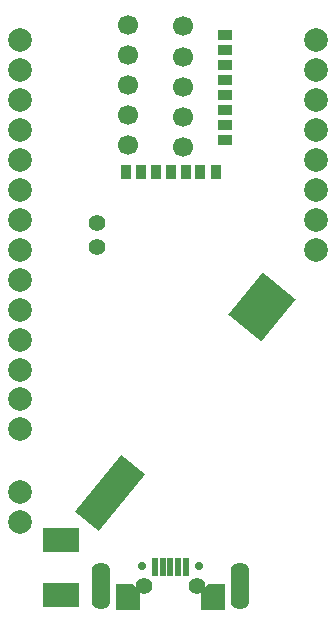
<source format=gbr>
G04 DipTrace 3.2.0.1*
G04 BottomMask.gbr*
%MOMM*%
G04 #@! TF.FileFunction,Soldermask,Bot*
G04 #@! TF.Part,Single*
%AMOUTLINE4*
4,1,4,
2.96949,1.57544,
-0.95759,-3.22229,
-2.96949,-1.57544,
0.95759,3.22229,
2.96949,1.57544,
0*%
%AMOUTLINE7*
4,1,4,
2.84972,0.63968,
-0.06396,-2.91992,
-2.84972,-0.63968,
0.06396,2.91992,
2.84972,0.63968,
0*%
%AMOUTLINE10*
4,1,5,
-1.0,0.44142,
-1.0,-1.1,
1.0,-1.1,
1.0,1.1,
-0.34142,1.1,
-1.0,0.44142,
0*%
%AMOUTLINE13*
4,1,5,
-1.0,-1.1,
1.0,-1.1,
1.0,0.44142,
0.34142,1.1,
-1.0,1.1,
-1.0,-1.1,
0*%
%ADD43C,1.4*%
%ADD44C,0.7*%
%ADD47C,1.4*%
%ADD49R,0.6X1.55*%
%ADD53O,1.6X4.0*%
%ADD61R,0.95X1.3*%
%ADD63R,1.3X0.95*%
%ADD75C,1.7*%
%ADD77C,2.0*%
%ADD79C,2.0*%
%ADD81R,3.1X2.05*%
%ADD92OUTLINE4*%
%ADD95OUTLINE7*%
%ADD98OUTLINE10*%
%ADD101OUTLINE13*%
%FSLAX35Y35*%
G04*
G71*
G90*
G75*
G01*
G04 BotMask*
%LPD*%
D81*
X-887053Y-3829060D3*
Y-4289060D3*
D79*
X-1230000Y-356000D3*
Y-102000D3*
Y152000D3*
Y406000D3*
X1272000Y-356000D3*
Y-102000D3*
Y152000D3*
Y406000D3*
X-1230000Y-1371000D3*
Y-1117000D3*
Y-863000D3*
Y-609000D3*
X1272000Y-1372000D3*
Y-1118000D3*
Y-864000D3*
Y-610000D3*
X-1234000Y-1624000D3*
D77*
X-1230000Y-1878000D3*
D79*
X-1234000Y-2132000D3*
D77*
X-1230000Y-2386000D3*
D79*
X-1234000Y-2635000D3*
D77*
X-1230000Y-2889000D3*
D79*
X-1234000Y-3416900D3*
D77*
X-1230000Y-3670900D3*
D75*
X150000Y521000D3*
X-320000Y281000D3*
X150000Y264000D3*
X-320000Y27000D3*
X150000Y10000D3*
Y-500000D3*
Y-244000D3*
X-320000Y-481000D3*
Y535000D3*
D63*
X502000Y-443000D3*
Y-315000D3*
Y-189000D3*
Y-61000D3*
Y66000D3*
Y193000D3*
Y320000D3*
D61*
X-339000Y-710000D3*
X-212000D3*
X-85000D3*
X42000D3*
X169000D3*
X295000D3*
X423000D3*
D63*
X502000Y447000D3*
D53*
X627000Y-4220000D3*
X-543000D3*
D43*
X-183000D3*
X267000D3*
D92*
X-473563Y-3429523D3*
D95*
X815400Y-1854787D3*
D49*
X41430Y-4053293D3*
X-23570D3*
X106430D3*
X171430D3*
X-88570D3*
D98*
X403930Y-4310793D3*
D101*
X-321070D3*
D44*
X-201070Y-4045793D3*
X283930D3*
D47*
X-578127Y-1350000D3*
Y-1140000D3*
D75*
X-320000Y-227000D3*
M02*

</source>
